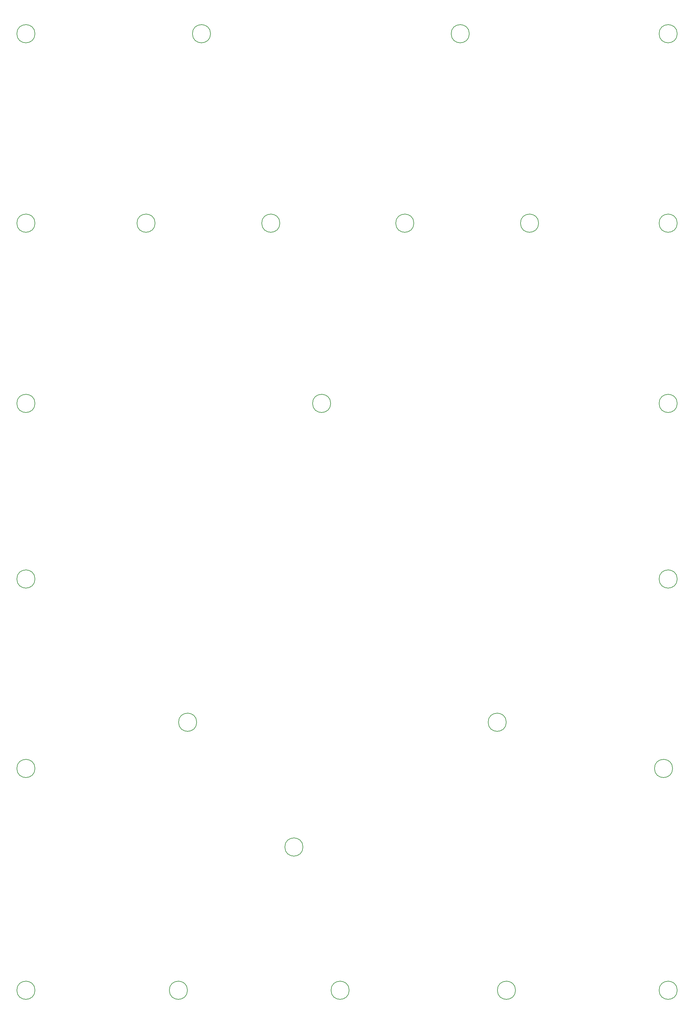
<source format=gbr>
%TF.GenerationSoftware,KiCad,Pcbnew,5.1.9*%
%TF.CreationDate,2021-03-20T19:28:51+01:00*%
%TF.ProjectId,mixer.pcb,6d697865-722e-4706-9362-2e6b69636164,0.2*%
%TF.SameCoordinates,Original*%
%TF.FileFunction,Other,Comment*%
%FSLAX46Y46*%
G04 Gerber Fmt 4.6, Leading zero omitted, Abs format (unit mm)*
G04 Created by KiCad (PCBNEW 5.1.9) date 2021-03-20 19:28:51*
%MOMM*%
%LPD*%
G01*
G04 APERTURE LIST*
%ADD10C,0.150000*%
G04 APERTURE END LIST*
D10*
%TO.C,REF\u002A\u002A*%
X157440000Y-68580000D02*
G75*
G03*
X157440000Y-68580000I-2500000J0D01*
G01*
X52030000Y-68580000D02*
G75*
G03*
X52030000Y-68580000I-2500000J0D01*
G01*
X86320000Y-68580000D02*
G75*
G03*
X86320000Y-68580000I-2500000J0D01*
G01*
X123150000Y-68580000D02*
G75*
G03*
X123150000Y-68580000I-2500000J0D01*
G01*
X148550000Y-205740000D02*
G75*
G03*
X148550000Y-205740000I-2500000J0D01*
G01*
X92670000Y-240030000D02*
G75*
G03*
X92670000Y-240030000I-2500000J0D01*
G01*
X63460000Y-205740000D02*
G75*
G03*
X63460000Y-205740000I-2500000J0D01*
G01*
X100290000Y-118110000D02*
G75*
G03*
X100290000Y-118110000I-2500000J0D01*
G01*
X19010000Y-68580000D02*
G75*
G03*
X19010000Y-68580000I-2500000J0D01*
G01*
X19010000Y-118110000D02*
G75*
G03*
X19010000Y-118110000I-2500000J0D01*
G01*
X19010000Y-166370000D02*
G75*
G03*
X19010000Y-166370000I-2500000J0D01*
G01*
X19010000Y-218440000D02*
G75*
G03*
X19010000Y-218440000I-2500000J0D01*
G01*
X151090000Y-279400000D02*
G75*
G03*
X151090000Y-279400000I-2500000J0D01*
G01*
X19010000Y-279400000D02*
G75*
G03*
X19010000Y-279400000I-2500000J0D01*
G01*
X60920000Y-279400000D02*
G75*
G03*
X60920000Y-279400000I-2500000J0D01*
G01*
X105370000Y-279400000D02*
G75*
G03*
X105370000Y-279400000I-2500000J0D01*
G01*
X195540000Y-279400000D02*
G75*
G03*
X195540000Y-279400000I-2500000J0D01*
G01*
X194270000Y-218440000D02*
G75*
G03*
X194270000Y-218440000I-2500000J0D01*
G01*
X195540000Y-166370000D02*
G75*
G03*
X195540000Y-166370000I-2500000J0D01*
G01*
X195540000Y-118110000D02*
G75*
G03*
X195540000Y-118110000I-2500000J0D01*
G01*
X195540000Y-68580000D02*
G75*
G03*
X195540000Y-68580000I-2500000J0D01*
G01*
X195540000Y-16510000D02*
G75*
G03*
X195540000Y-16510000I-2500000J0D01*
G01*
X138390000Y-16510000D02*
G75*
G03*
X138390000Y-16510000I-2500000J0D01*
G01*
X67270000Y-16510000D02*
G75*
G03*
X67270000Y-16510000I-2500000J0D01*
G01*
X19010000Y-16510000D02*
G75*
G03*
X19010000Y-16510000I-2500000J0D01*
G01*
%TD*%
M02*

</source>
